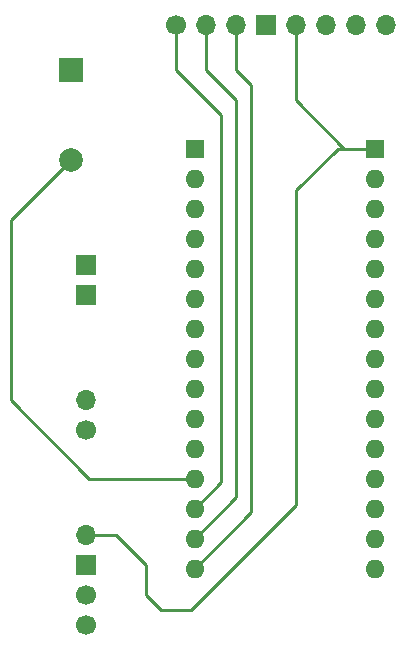
<source format=gbr>
G04 #@! TF.GenerationSoftware,KiCad,Pcbnew,(5.1.4)-1*
G04 #@! TF.CreationDate,2020-10-06T21:16:52-04:00*
G04 #@! TF.ProjectId,LapTimerBoard,4c617054-696d-4657-9242-6f6172642e6b,rev?*
G04 #@! TF.SameCoordinates,Original*
G04 #@! TF.FileFunction,Copper,L2,Bot*
G04 #@! TF.FilePolarity,Positive*
%FSLAX46Y46*%
G04 Gerber Fmt 4.6, Leading zero omitted, Abs format (unit mm)*
G04 Created by KiCad (PCBNEW (5.1.4)-1) date 2020-10-06 21:16:52*
%MOMM*%
%LPD*%
G04 APERTURE LIST*
%ADD10R,1.700000X1.700000*%
%ADD11O,1.600000X1.600000*%
%ADD12R,1.600000X1.600000*%
%ADD13O,1.700000X1.700000*%
%ADD14C,1.700000*%
%ADD15C,2.000000*%
%ADD16R,2.000000X2.000000*%
%ADD17C,0.250000*%
G04 APERTURE END LIST*
D10*
X110490000Y-107950000D03*
X110490000Y-110490000D03*
D11*
X134905001Y-133625001D03*
X119665001Y-133625001D03*
D12*
X134905001Y-98065001D03*
D11*
X119665001Y-131085001D03*
X134905001Y-100605001D03*
X119665001Y-128545001D03*
X134905001Y-103145001D03*
X119665001Y-126005001D03*
X134905001Y-105685001D03*
X119665001Y-123465001D03*
X134905001Y-108225001D03*
X119665001Y-120925001D03*
X134905001Y-110765001D03*
X119665001Y-118385001D03*
X134905001Y-113305001D03*
X119665001Y-115845001D03*
X134905001Y-115845001D03*
X119665001Y-113305001D03*
X134905001Y-118385001D03*
X119665001Y-110765001D03*
X134905001Y-120925001D03*
X119665001Y-108225001D03*
X134905001Y-123465001D03*
X119665001Y-105685001D03*
X134905001Y-126005001D03*
X119665001Y-103145001D03*
X134905001Y-128545001D03*
X119665001Y-100605001D03*
X134905001Y-131085001D03*
D12*
X119665001Y-98065001D03*
D13*
X135890000Y-87630000D03*
X133350000Y-87630000D03*
X130810000Y-87630000D03*
X128270000Y-87630000D03*
D10*
X125730000Y-87630000D03*
D13*
X123190000Y-87630000D03*
X120650000Y-87630000D03*
D14*
X118110000Y-87630000D03*
D13*
X110490000Y-119380000D03*
D14*
X110490000Y-121920000D03*
D13*
X110490000Y-130810000D03*
D10*
X110490000Y-133350000D03*
D14*
X110490000Y-135890000D03*
X110490000Y-138430000D03*
D15*
X109220000Y-99040000D03*
D16*
X109220000Y-91440000D03*
D17*
X119665001Y-133625001D02*
X124460000Y-128830002D01*
X124460000Y-128830002D02*
X124460000Y-92710000D01*
X124460000Y-92710000D02*
X123190000Y-91440000D01*
X123190000Y-91440000D02*
X123190000Y-87630000D01*
X134905001Y-98065001D02*
X132355001Y-98065001D01*
X128270000Y-93980000D02*
X128270000Y-87630000D01*
X132355001Y-98065001D02*
X128270000Y-93980000D01*
X132355001Y-98065001D02*
X131804999Y-98065001D01*
X131804999Y-98065001D02*
X128270000Y-101600000D01*
X128270000Y-101600000D02*
X128270000Y-128270000D01*
X128270000Y-128270000D02*
X119380000Y-137160000D01*
X119380000Y-137160000D02*
X116840000Y-137160000D01*
X116840000Y-137160000D02*
X115570000Y-135890000D01*
X115570000Y-135890000D02*
X115570000Y-133350000D01*
X113030000Y-130810000D02*
X110490000Y-130810000D01*
X115570000Y-133350000D02*
X113030000Y-130810000D01*
X119665001Y-131085001D02*
X123190000Y-127560002D01*
X123190000Y-127560002D02*
X123190000Y-93980000D01*
X120650000Y-91440000D02*
X120650000Y-87630000D01*
X123190000Y-93980000D02*
X120650000Y-91440000D01*
X119665001Y-128545001D02*
X121920000Y-126290002D01*
X121920000Y-126290002D02*
X121920000Y-95250000D01*
X121920000Y-95250000D02*
X118110000Y-91440000D01*
X118110000Y-91440000D02*
X118110000Y-87630000D01*
X104140000Y-104120000D02*
X109220000Y-99040000D01*
X104140000Y-119380000D02*
X104140000Y-104120000D01*
X119665001Y-126005001D02*
X110765001Y-126005001D01*
X110765001Y-126005001D02*
X104140000Y-119380000D01*
M02*

</source>
